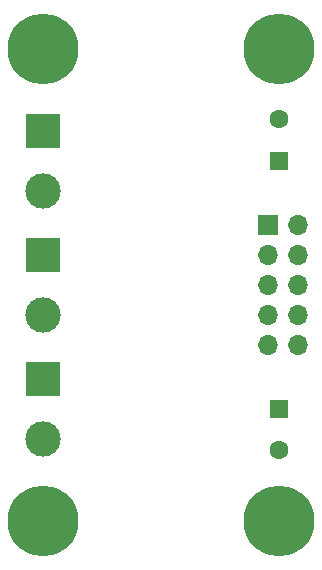
<source format=gbr>
%TF.GenerationSoftware,KiCad,Pcbnew,(6.0.0-rc1-124-g18b4ebcc17)*%
%TF.CreationDate,2021-11-27T01:21:43+01:00*%
%TF.ProjectId,2HBR_NG,32484252-5f4e-4472-9e6b-696361645f70,1*%
%TF.SameCoordinates,Original*%
%TF.FileFunction,Soldermask,Bot*%
%TF.FilePolarity,Negative*%
%FSLAX46Y46*%
G04 Gerber Fmt 4.6, Leading zero omitted, Abs format (unit mm)*
G04 Created by KiCad (PCBNEW (6.0.0-rc1-124-g18b4ebcc17)) date 2021-11-27 01:21:43*
%MOMM*%
%LPD*%
G01*
G04 APERTURE LIST*
%ADD10R,1.600000X1.600000*%
%ADD11C,1.600000*%
%ADD12R,3.000000X3.000000*%
%ADD13C,3.000000*%
%ADD14C,0.800000*%
%ADD15C,6.000000*%
%ADD16R,1.700000X1.700000*%
%ADD17O,1.700000X1.700000*%
G04 APERTURE END LIST*
D10*
%TO.C,C8*%
X170000001Y-69500000D03*
D11*
X170000001Y-66000000D03*
%TD*%
D12*
%TO.C,J3*%
X150000000Y-87960000D03*
D13*
X150000000Y-93040000D03*
%TD*%
D12*
%TO.C,J1*%
X150000000Y-77460000D03*
D13*
X150000000Y-82540000D03*
%TD*%
D14*
%TO.C,H4*%
X148409010Y-98409010D03*
X150000000Y-102250000D03*
X150000000Y-97750000D03*
D15*
X150000000Y-100000000D03*
D14*
X152250000Y-100000000D03*
X151590990Y-98409010D03*
X148409010Y-101590990D03*
X147750000Y-100000000D03*
X151590990Y-101590990D03*
%TD*%
%TO.C,H3*%
X148409010Y-58409010D03*
X147750000Y-60000000D03*
X152250000Y-60000000D03*
X151590990Y-58409010D03*
X150000000Y-57750000D03*
X148409010Y-61590990D03*
D15*
X150000000Y-60000000D03*
D14*
X151590990Y-61590990D03*
X150000000Y-62250000D03*
%TD*%
D16*
%TO.C,J4*%
X169000000Y-74925000D03*
D17*
X171540000Y-74925000D03*
X169000000Y-77465000D03*
X171540000Y-77465000D03*
X169000000Y-80005000D03*
X171540000Y-80005000D03*
X169000000Y-82545000D03*
X171540000Y-82545000D03*
X169000000Y-85085000D03*
X171540000Y-85085000D03*
%TD*%
D10*
%TO.C,C9*%
X170000001Y-90527350D03*
D11*
X170000001Y-94027350D03*
%TD*%
D15*
%TO.C,H2*%
X170000000Y-60000000D03*
D14*
X170000000Y-62250000D03*
X168409010Y-61590990D03*
X168409010Y-58409010D03*
X170000000Y-57750000D03*
X171590990Y-58409010D03*
X172250000Y-60000000D03*
X171590990Y-61590990D03*
X167750000Y-60000000D03*
%TD*%
D12*
%TO.C,J2*%
X150000000Y-66960000D03*
D13*
X150000000Y-72040000D03*
%TD*%
D14*
%TO.C,H1*%
X172250000Y-100000000D03*
X170000000Y-102250000D03*
X168409010Y-101590990D03*
X171590990Y-101590990D03*
X171590990Y-98409010D03*
X168409010Y-98409010D03*
X170000000Y-97750000D03*
X167750000Y-100000000D03*
D15*
X170000000Y-100000000D03*
%TD*%
M02*

</source>
